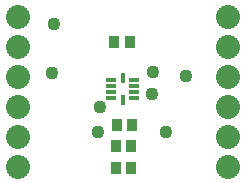
<source format=gts>
G75*
%MOIN*%
%OFA0B0*%
%FSLAX24Y24*%
%IPPOS*%
%LPD*%
%AMOC8*
5,1,8,0,0,1.08239X$1,22.5*
%
%ADD10R,0.0336X0.0414*%
%ADD11R,0.0178X0.0375*%
%ADD12R,0.0375X0.0178*%
%ADD13C,0.0800*%
%ADD14C,0.0436*%
D10*
X003952Y000635D03*
X004463Y000635D03*
X004471Y001371D03*
X003960Y001371D03*
X003975Y002060D03*
X004487Y002060D03*
X004412Y004835D03*
X003900Y004835D03*
D11*
X004176Y003643D03*
X004176Y002894D03*
D12*
X003802Y002973D03*
X003802Y003170D03*
X003802Y003367D03*
X003802Y003564D03*
X004550Y003564D03*
X004550Y003367D03*
X004550Y003170D03*
X004550Y002973D03*
D13*
X000684Y000682D03*
X000684Y001682D03*
X000684Y002682D03*
X000684Y003682D03*
X000684Y004682D03*
X000684Y005682D03*
X007684Y005682D03*
X007684Y004682D03*
X007684Y003682D03*
X007684Y002682D03*
X007684Y001682D03*
X007684Y000682D03*
D14*
X005609Y001843D03*
X005164Y003111D03*
X005184Y003851D03*
X006294Y003706D03*
X003428Y002686D03*
X003349Y001835D03*
X001837Y003792D03*
X001881Y005426D03*
M02*

</source>
